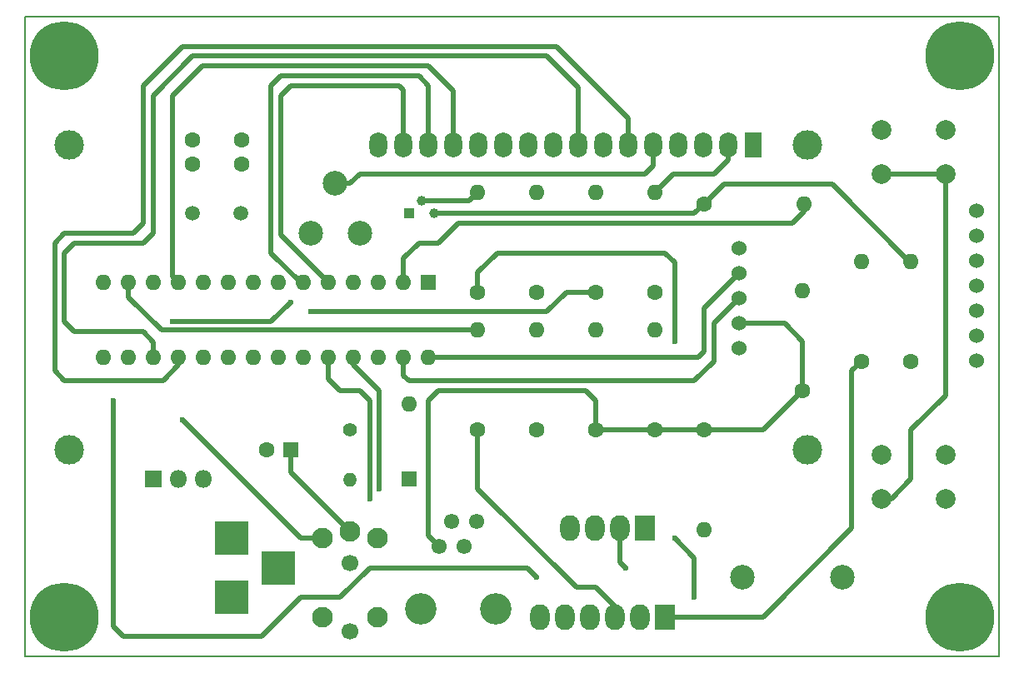
<source format=gbr>
%TF.GenerationSoftware,KiCad,Pcbnew,4.0.7-e2-6376~58~ubuntu16.04.1*%
%TF.CreationDate,2017-12-30T20:10:32+10:00*%
%TF.ProjectId,battmon0,626174746D6F6E302E6B696361645F70,rev?*%
%TF.FileFunction,Copper,L2,Bot,Signal*%
%FSLAX46Y46*%
G04 Gerber Fmt 4.6, Leading zero omitted, Abs format (unit mm)*
G04 Created by KiCad (PCBNEW 4.0.7-e2-6376~58~ubuntu16.04.1) date Sat Dec 30 20:10:32 2017*
%MOMM*%
%LPD*%
G01*
G04 APERTURE LIST*
%ADD10C,0.100000*%
%ADD11C,0.150000*%
%ADD12C,2.499360*%
%ADD13R,1.600000X1.600000*%
%ADD14C,1.600000*%
%ADD15O,1.600000X1.600000*%
%ADD16R,1.800000X2.600000*%
%ADD17O,1.800000X2.600000*%
%ADD18C,3.000000*%
%ADD19R,3.500000X3.500000*%
%ADD20C,1.550000*%
%ADD21C,3.200000*%
%ADD22C,2.100000*%
%ADD23C,1.700000*%
%ADD24C,2.500000*%
%ADD25C,2.000000*%
%ADD26C,1.400000*%
%ADD27O,1.400000X1.400000*%
%ADD28C,1.524000*%
%ADD29C,1.500000*%
%ADD30R,2.000000X2.600000*%
%ADD31O,2.000000X2.600000*%
%ADD32R,1.800000X1.800000*%
%ADD33O,1.800000X1.800000*%
%ADD34C,1.000000*%
%ADD35R,1.000000X1.000000*%
%ADD36C,7.000000*%
%ADD37C,0.600000*%
%ADD38C,0.500000*%
G04 APERTURE END LIST*
D10*
D11*
X134000000Y-127000000D02*
X134000000Y-192000000D01*
X35000000Y-127000000D02*
X134000000Y-127000000D01*
X35000000Y-192000000D02*
X35000000Y-127000000D01*
X134000000Y-192000000D02*
X35000000Y-192000000D01*
D12*
X118080000Y-184000000D03*
X107920000Y-184000000D03*
D13*
X62000000Y-171000000D03*
D14*
X59500000Y-171000000D03*
X57000000Y-142000000D03*
X57000000Y-139500000D03*
X52000000Y-142000000D03*
X52000000Y-139500000D03*
D13*
X74000000Y-174000000D03*
D15*
X74000000Y-166380000D03*
D16*
X109000000Y-140000000D03*
D17*
X106460000Y-140000000D03*
X103920000Y-140000000D03*
X101380000Y-140000000D03*
X98840000Y-140000000D03*
X96300000Y-140000000D03*
X93760000Y-140000000D03*
X91220000Y-140000000D03*
X88680000Y-140000000D03*
X86140000Y-140000000D03*
X83600000Y-140000000D03*
X81060000Y-140000000D03*
X78520000Y-140000000D03*
X75980000Y-140000000D03*
X73440000Y-140000000D03*
X70900000Y-140000000D03*
D18*
X114499100Y-140000000D03*
X114499100Y-171000700D03*
X39500520Y-171000700D03*
X39500000Y-140000000D03*
D19*
X56000000Y-180000000D03*
X56000000Y-186000000D03*
X60700000Y-183000000D03*
D20*
X77095000Y-180800000D03*
X78365000Y-178260000D03*
X79635000Y-180800000D03*
X80905000Y-178260000D03*
D21*
X75190000Y-187150000D03*
X82810000Y-187150000D03*
D22*
X68000000Y-179300000D03*
X65200000Y-180000000D03*
X70800000Y-180000000D03*
X65200000Y-188000000D03*
X70800000Y-188000000D03*
D23*
X68000000Y-182500000D03*
X68000000Y-189500000D03*
D14*
X114000000Y-165000000D03*
D15*
X114000000Y-154840000D03*
D14*
X87000000Y-155000000D03*
D15*
X87000000Y-144840000D03*
D14*
X87000000Y-169000000D03*
D15*
X87000000Y-158840000D03*
D14*
X93000000Y-155000000D03*
D15*
X93000000Y-144840000D03*
D14*
X120000000Y-162000000D03*
D15*
X120000000Y-151840000D03*
D14*
X81000000Y-169000000D03*
D15*
X81000000Y-158840000D03*
D14*
X104000000Y-146000000D03*
D15*
X114160000Y-146000000D03*
D14*
X81000000Y-155000000D03*
D15*
X81000000Y-144840000D03*
D14*
X99000000Y-169000000D03*
D15*
X99000000Y-158840000D03*
D14*
X104000000Y-169000000D03*
D15*
X104000000Y-179160000D03*
D24*
X66500000Y-143960000D03*
X69000000Y-149000000D03*
X64000000Y-149000000D03*
D25*
X122000000Y-138500000D03*
X122000000Y-143000000D03*
X128500000Y-138500000D03*
X128500000Y-143000000D03*
X122000000Y-171500000D03*
X122000000Y-176000000D03*
X128500000Y-171500000D03*
X128500000Y-176000000D03*
D26*
X68000000Y-169000000D03*
D27*
X68000000Y-174080000D03*
D13*
X76000000Y-154000000D03*
D15*
X42980000Y-161620000D03*
X73460000Y-154000000D03*
X45520000Y-161620000D03*
X70920000Y-154000000D03*
X48060000Y-161620000D03*
X68380000Y-154000000D03*
X50600000Y-161620000D03*
X65840000Y-154000000D03*
X53140000Y-161620000D03*
X63300000Y-154000000D03*
X55680000Y-161620000D03*
X60760000Y-154000000D03*
X58220000Y-161620000D03*
X58220000Y-154000000D03*
X60760000Y-161620000D03*
X55680000Y-154000000D03*
X63300000Y-161620000D03*
X53140000Y-154000000D03*
X65840000Y-161620000D03*
X50600000Y-154000000D03*
X68380000Y-161620000D03*
X48060000Y-154000000D03*
X70920000Y-161620000D03*
X45520000Y-154000000D03*
X73460000Y-161620000D03*
X42980000Y-154000000D03*
X76000000Y-161620000D03*
D28*
X107540000Y-160700000D03*
X107540000Y-158160000D03*
X107540000Y-155620000D03*
X107540000Y-153080000D03*
X107540000Y-150540000D03*
X131670000Y-161970000D03*
X131670000Y-159430000D03*
X131670000Y-156890000D03*
X131670000Y-154350000D03*
X131670000Y-151810000D03*
X131670000Y-149270000D03*
X131670000Y-146730000D03*
D29*
X52000000Y-147000000D03*
X56880000Y-147000000D03*
D30*
X98000000Y-179000000D03*
D31*
X95460000Y-179000000D03*
X92920000Y-179000000D03*
X90380000Y-179000000D03*
D32*
X48000000Y-174000000D03*
D33*
X50540000Y-174000000D03*
X53080000Y-174000000D03*
D30*
X100000000Y-188000000D03*
D31*
X97460000Y-188000000D03*
X94920000Y-188000000D03*
X92380000Y-188000000D03*
X89840000Y-188000000D03*
X87300000Y-188000000D03*
D34*
X75270000Y-145730000D03*
X76540000Y-147000000D03*
D35*
X74000000Y-147000000D03*
D14*
X93000000Y-169000000D03*
D15*
X93000000Y-158840000D03*
D14*
X99000000Y-155000000D03*
D15*
X99000000Y-144840000D03*
D36*
X39000000Y-188000000D03*
X130000000Y-188000000D03*
X39000000Y-131000000D03*
X130000000Y-131000000D03*
D14*
X125000000Y-162000000D03*
D15*
X125000000Y-151840000D03*
D37*
X44000000Y-166000000D03*
X87000000Y-184000000D03*
X51000000Y-168000000D03*
X70000000Y-176000000D03*
X71000000Y-175000000D03*
X50000000Y-158000000D03*
X62000000Y-156000000D03*
X96000000Y-183000000D03*
X64000000Y-157000000D03*
X101000000Y-160000000D03*
X103000000Y-186000000D03*
X101000000Y-180000000D03*
D38*
X106460000Y-140000000D02*
X106460000Y-141540000D01*
X100840000Y-143000000D02*
X99000000Y-144840000D01*
X105000000Y-143000000D02*
X100840000Y-143000000D01*
X106460000Y-141540000D02*
X105000000Y-143000000D01*
X66500000Y-143960000D02*
X68040000Y-143960000D01*
X98840000Y-142160000D02*
X98840000Y-140000000D01*
X98000000Y-143000000D02*
X98840000Y-142160000D01*
X69000000Y-143000000D02*
X98000000Y-143000000D01*
X68040000Y-143960000D02*
X69000000Y-143000000D01*
X44000000Y-189000000D02*
X44000000Y-166000000D01*
X45000000Y-190000000D02*
X44000000Y-189000000D01*
X59000000Y-190000000D02*
X45000000Y-190000000D01*
X63000000Y-186000000D02*
X59000000Y-190000000D01*
X67000000Y-186000000D02*
X63000000Y-186000000D01*
X70000000Y-183000000D02*
X67000000Y-186000000D01*
X86000000Y-183000000D02*
X70000000Y-183000000D01*
X87000000Y-184000000D02*
X86000000Y-183000000D01*
X93000000Y-169000000D02*
X93000000Y-166000000D01*
X76000000Y-179705000D02*
X77095000Y-180800000D01*
X76000000Y-166000000D02*
X76000000Y-179705000D01*
X77000000Y-165000000D02*
X76000000Y-166000000D01*
X92000000Y-165000000D02*
X77000000Y-165000000D01*
X93000000Y-166000000D02*
X92000000Y-165000000D01*
X114000000Y-165000000D02*
X114000000Y-160000000D01*
X112160000Y-158160000D02*
X107540000Y-158160000D01*
X114000000Y-160000000D02*
X112160000Y-158160000D01*
X104000000Y-169000000D02*
X110000000Y-169000000D01*
X110000000Y-169000000D02*
X114000000Y-165000000D01*
X99000000Y-169000000D02*
X104000000Y-169000000D01*
X93000000Y-169000000D02*
X99000000Y-169000000D01*
X62000000Y-171000000D02*
X62000000Y-173300000D01*
X62000000Y-173300000D02*
X68000000Y-179300000D01*
X96300000Y-140000000D02*
X96300000Y-137300000D01*
X49000000Y-164000000D02*
X50600000Y-162400000D01*
X39000000Y-164000000D02*
X49000000Y-164000000D01*
X38000000Y-163000000D02*
X39000000Y-164000000D01*
X38000000Y-150000000D02*
X38000000Y-163000000D01*
X39000000Y-149000000D02*
X38000000Y-150000000D01*
X46000000Y-149000000D02*
X39000000Y-149000000D01*
X47000000Y-148000000D02*
X46000000Y-149000000D01*
X47000000Y-134000000D02*
X47000000Y-148000000D01*
X51000000Y-130000000D02*
X47000000Y-134000000D01*
X89000000Y-130000000D02*
X51000000Y-130000000D01*
X96300000Y-137300000D02*
X89000000Y-130000000D01*
X50600000Y-162400000D02*
X50600000Y-161620000D01*
X91220000Y-140000000D02*
X91220000Y-134220000D01*
X48060000Y-160060000D02*
X48060000Y-161620000D01*
X47000000Y-159000000D02*
X48060000Y-160060000D01*
X40000000Y-159000000D02*
X47000000Y-159000000D01*
X39000000Y-158000000D02*
X40000000Y-159000000D01*
X39000000Y-151000000D02*
X39000000Y-158000000D01*
X40000000Y-150000000D02*
X39000000Y-151000000D01*
X47000000Y-150000000D02*
X40000000Y-150000000D01*
X48000000Y-149000000D02*
X47000000Y-150000000D01*
X48000000Y-135000000D02*
X48000000Y-149000000D01*
X52000000Y-131000000D02*
X48000000Y-135000000D01*
X88000000Y-131000000D02*
X52000000Y-131000000D01*
X91220000Y-134220000D02*
X88000000Y-131000000D01*
X78520000Y-140000000D02*
X78520000Y-134520000D01*
X50000000Y-153400000D02*
X50600000Y-154000000D01*
X50000000Y-135000000D02*
X50000000Y-153400000D01*
X53000000Y-132000000D02*
X50000000Y-135000000D01*
X76000000Y-132000000D02*
X53000000Y-132000000D01*
X78520000Y-134520000D02*
X76000000Y-132000000D01*
X63300000Y-154000000D02*
X63000000Y-154000000D01*
X63000000Y-154000000D02*
X60000000Y-151000000D01*
X60000000Y-151000000D02*
X60000000Y-134000000D01*
X60000000Y-134000000D02*
X61000000Y-133000000D01*
X61000000Y-133000000D02*
X75000000Y-133000000D01*
X75000000Y-133000000D02*
X75980000Y-133980000D01*
X75980000Y-133980000D02*
X75980000Y-140000000D01*
X73440000Y-140000000D02*
X73440000Y-134440000D01*
X61000000Y-149160000D02*
X65840000Y-154000000D01*
X61000000Y-135000000D02*
X61000000Y-149160000D01*
X62000000Y-134000000D02*
X61000000Y-135000000D01*
X73000000Y-134000000D02*
X62000000Y-134000000D01*
X73440000Y-134440000D02*
X73000000Y-134000000D01*
X65200000Y-180000000D02*
X63000000Y-180000000D01*
X63000000Y-180000000D02*
X51000000Y-168000000D01*
X65840000Y-163840000D02*
X65840000Y-161620000D01*
X67000000Y-165000000D02*
X65840000Y-163840000D01*
X69000000Y-165000000D02*
X67000000Y-165000000D01*
X70000000Y-166000000D02*
X69000000Y-165000000D01*
X70000000Y-176000000D02*
X70000000Y-166000000D01*
X68380000Y-161620000D02*
X68380000Y-162380000D01*
X68380000Y-162380000D02*
X71000000Y-165000000D01*
X71000000Y-165000000D02*
X71000000Y-175000000D01*
X60000000Y-158000000D02*
X50000000Y-158000000D01*
X62000000Y-156000000D02*
X60000000Y-158000000D01*
X114160000Y-146000000D02*
X114160000Y-146840000D01*
X73460000Y-151540000D02*
X73460000Y-154000000D01*
X75000000Y-150000000D02*
X73460000Y-151540000D01*
X77000000Y-150000000D02*
X75000000Y-150000000D01*
X79000000Y-148000000D02*
X77000000Y-150000000D01*
X113000000Y-148000000D02*
X79000000Y-148000000D01*
X114160000Y-146840000D02*
X113000000Y-148000000D01*
X122000000Y-176000000D02*
X123000000Y-176000000D01*
X123000000Y-176000000D02*
X125000000Y-174000000D01*
X128500000Y-165500000D02*
X128500000Y-143000000D01*
X125000000Y-169000000D02*
X128500000Y-165500000D01*
X125000000Y-174000000D02*
X125000000Y-169000000D01*
X95460000Y-179000000D02*
X95460000Y-182460000D01*
X95460000Y-182460000D02*
X96000000Y-183000000D01*
X122000000Y-143000000D02*
X128500000Y-143000000D01*
X128500000Y-176000000D02*
X128000000Y-176000000D01*
X93000000Y-155000000D02*
X90000000Y-155000000D01*
X88000000Y-157000000D02*
X64000000Y-157000000D01*
X90000000Y-155000000D02*
X88000000Y-157000000D01*
X81000000Y-158840000D02*
X48840000Y-158840000D01*
X45520000Y-155520000D02*
X45520000Y-154000000D01*
X48840000Y-158840000D02*
X45520000Y-155520000D01*
X73460000Y-161620000D02*
X73460000Y-163460000D01*
X105000000Y-158160000D02*
X107540000Y-155620000D01*
X105000000Y-162000000D02*
X105000000Y-158160000D01*
X103000000Y-164000000D02*
X105000000Y-162000000D01*
X74000000Y-164000000D02*
X103000000Y-164000000D01*
X73460000Y-163460000D02*
X74000000Y-164000000D01*
X76000000Y-161620000D02*
X103380000Y-161620000D01*
X104000000Y-156620000D02*
X107540000Y-153080000D01*
X104000000Y-161000000D02*
X104000000Y-156620000D01*
X103380000Y-161620000D02*
X104000000Y-161000000D01*
X100000000Y-188000000D02*
X110000000Y-188000000D01*
X119000000Y-163000000D02*
X120000000Y-162000000D01*
X119000000Y-179000000D02*
X119000000Y-163000000D01*
X110000000Y-188000000D02*
X119000000Y-179000000D01*
X81000000Y-169000000D02*
X81000000Y-175000000D01*
X93000000Y-185000000D02*
X95000000Y-187000000D01*
X91000000Y-185000000D02*
X93000000Y-185000000D01*
X81000000Y-175000000D02*
X91000000Y-185000000D01*
X95000000Y-187000000D02*
X94920000Y-188000000D01*
X81000000Y-153000000D02*
X83000000Y-151000000D01*
X83000000Y-151000000D02*
X100000000Y-151000000D01*
X100000000Y-151000000D02*
X101000000Y-152000000D01*
X101000000Y-152000000D02*
X101000000Y-160000000D01*
X81000000Y-155000000D02*
X81000000Y-153000000D01*
X103000000Y-182000000D02*
X103000000Y-186000000D01*
X101000000Y-180000000D02*
X103000000Y-182000000D01*
X75270000Y-145730000D02*
X80110000Y-145730000D01*
X80110000Y-145730000D02*
X81000000Y-144840000D01*
X125000000Y-151840000D02*
X124840000Y-151840000D01*
X124840000Y-151840000D02*
X117000000Y-144000000D01*
X117000000Y-144000000D02*
X106000000Y-144000000D01*
X106000000Y-144000000D02*
X104000000Y-146000000D01*
X76540000Y-147000000D02*
X103000000Y-147000000D01*
X103000000Y-147000000D02*
X104000000Y-146000000D01*
M02*

</source>
